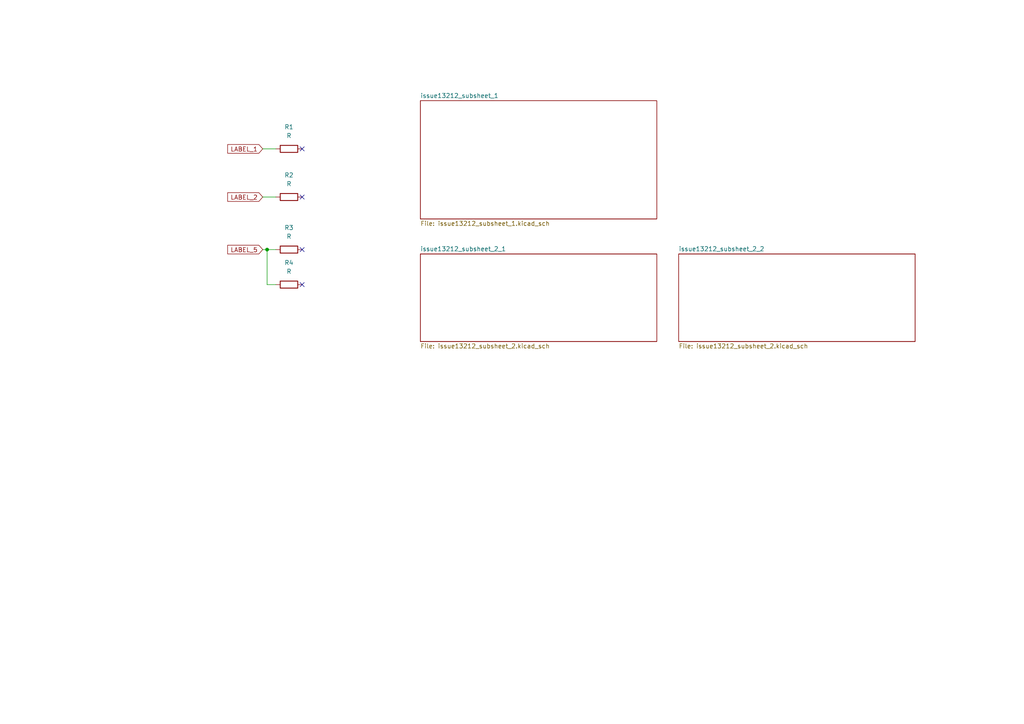
<source format=kicad_sch>
(kicad_sch (version 20240101) (generator "eeschema") (generator_version "8.99")
  (paper "A4")
  (lib_symbols
    (symbol "Device:R" (pin_numbers hide) (pin_names (offset 0))
      (property "Reference" "R" (at 2.032 0 90))
      (property "Value" "R" (at 0 0 90))
      (symbol "R_0_1"
        (rectangle (start -1.016 -2.54) (end 1.016 2.54) (stroke (width 0.254)))
      )
      (symbol "R_1_1"
        (pin passive line (at 0 3.81 270) (length 1.27) (name "~") (number "1"))
        (pin passive line (at 0 -3.81 90) (length 1.27) (name "~") (number "2"))
      )
    )
  )
  (junction (at 77.47 72.39))
  (no_connect (at 87.63 82.55))
  (no_connect (at 87.63 72.39))
  (no_connect (at 87.63 57.15))
  (no_connect (at 87.63 43.18))
  (wire (pts (xy 77.47 72.39) (xy 80.01 72.39)))
  (wire (pts (xy 76.2 43.18) (xy 80.01 43.18)))
  (wire (pts (xy 76.2 72.39) (xy 77.47 72.39)))
  (wire (pts (xy 80.01 82.55) (xy 77.47 82.55)))
  (wire (pts (xy 76.2 57.15) (xy 80.01 57.15)))
  (wire (pts (xy 77.47 82.55) (xy 77.47 72.39)))
  (global_label "LABEL_1" (shape input) (at 76.2 43.18 180) (property "Intersheetrefs" "${INTERSHEET_REFS}" (effects (hide yes))))
  (global_label "LABEL_5" (shape input) (at 76.2 72.39 180) (property "Intersheetrefs" "${INTERSHEET_REFS}" (effects (hide yes))))
  (global_label "LABEL_2" (shape input) (at 76.2 57.15 180) (property "Intersheetrefs" "${INTERSHEET_REFS}" (effects (hide yes))))
  (symbol (lib_id "Device:R") (at 83.82 72.39 90) (unit 1)
    (property "Reference" "R3" (at 83.82 66.04 90))
    (property "Value" "R" (at 83.82 68.58 90))
    (property "Description" "Resistor" (effects (hide yes)))
  )
  (symbol (lib_id "Device:R") (at 83.82 43.18 90) (unit 1)
    (property "Reference" "R1" (at 83.82 36.83 90))
    (property "Value" "R" (at 83.82 39.37 90))
    (property "Description" "Resistor" (effects (hide yes)))
  )
  (symbol (lib_id "Device:R") (at 83.82 82.55 90) (unit 1)
    (property "Reference" "R4" (at 83.82 76.2 90))
    (property "Value" "R" (at 83.82 78.74 90))
    (property "Description" "Resistor" (effects (hide yes)))
  )
  (symbol (lib_id "Device:R") (at 83.82 57.15 90) (unit 1)
    (property "Reference" "R2" (at 83.82 50.8 90))
    (property "Value" "R" (at 83.82 53.34 90))
    (property "Description" "Resistor" (effects (hide yes)))
  )
  (sheet (at 121.92 29.21) (size 68.58 34.29) (stroke (width 0.1524))
    (property "Sheetname" "issue13212_subsheet_1" (at 121.92 28.4984 0) (effects (justify left bottom)))
    (property "Sheetfile" "issue13212_subsheet_1.kicad_sch" (at 121.92 64.0846 0) (effects (justify left top)))
  )
  (sheet (at 121.92 73.66) (size 68.58 25.4) (stroke (width 0.1524))
    (property "Sheetname" "issue13212_subsheet_2_1" (at 121.92 72.9484 0) (effects (justify left bottom)))
    (property "Sheetfile" "issue13212_subsheet_2.kicad_sch" (at 121.92 99.6446 0) (effects (justify left top)))
  )
  (sheet (at 196.85 73.66) (size 68.58 25.4) (stroke (width 0.1524))
    (property "Sheetname" "issue13212_subsheet_2_2" (at 196.85 72.9484 0) (effects (justify left bottom)))
    (property "Sheetfile" "issue13212_subsheet_2.kicad_sch" (at 196.85 99.6446 0) (effects (justify left top)))
  )
)
</source>
